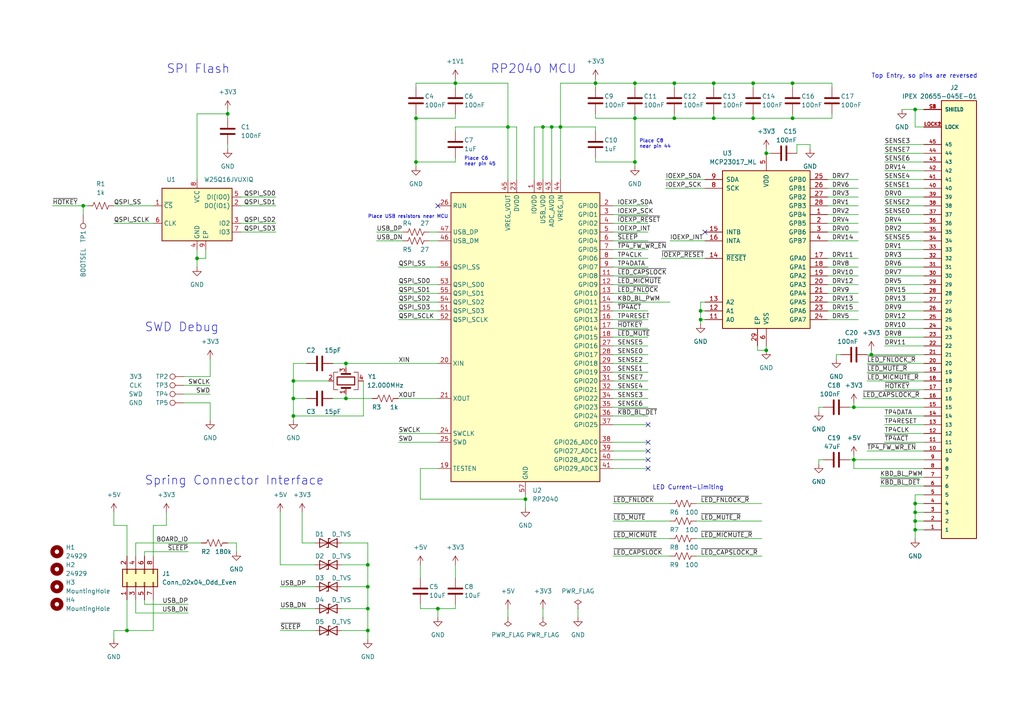
<source format=kicad_sch>
(kicad_sch (version 20230121) (generator eeschema)
  (paper "A4")
  (title_block (title "X1 Carbon Gen10 Keyboard Interface") (date "2024-01-25") (rev "X1") (company "C. Scott Ananian and Framework Computer Inc") (comment 1 "https://cscott.net https://frame.work") (comment 2 "https://github.com/cscott/X1CarbonGen10") (comment 3 "This work is licensed under a Creative Commons Attribution 4.0 International License"))
  (junction (at 132.08 24.13))
  (junction (at 184.15 34.29))
  (junction (at 207.01 24.13))
  (junction (at 218.44 24.13))
  (junction (at 85.09 120.65))
  (junction (at 152.4 144.78))
  (junction (at 120.65 46.99))
  (junction (at 229.87 24.13))
  (junction (at 247.65 133.35))
  (junction (at 127 176.53))
  (junction (at 100.33 105.41))
  (junction (at 229.87 34.29))
  (junction (at 172.72 24.13))
  (junction (at 106.68 170.18))
  (junction (at 222.25 101.6))
  (junction (at 85.09 110.49))
  (junction (at 218.44 34.29))
  (junction (at 195.58 34.29))
  (junction (at 100.33 115.57))
  (junction (at 106.68 176.53))
  (junction (at 252.73 102.87))
  (junction (at 222.25 44.45))
  (junction (at 106.68 182.88))
  (junction (at 265.43 31.75))
  (junction (at 24.13 59.69))
  (junction (at 265.43 148.59))
  (junction (at 207.01 34.29))
  (junction (at 147.32 36.83))
  (junction (at 265.43 146.05))
  (junction (at 157.48 36.83))
  (junction (at 120.65 34.29))
  (junction (at 195.58 24.13))
  (junction (at 184.15 24.13))
  (junction (at 66.04 33.02))
  (junction (at 265.43 151.13))
  (junction (at 184.15 46.99))
  (junction (at 85.09 115.57))
  (junction (at 160.02 36.83))
  (junction (at 36.83 182.88))
  (junction (at 162.56 36.83))
  (junction (at 203.2 90.17))
  (junction (at 57.15 74.93))
  (junction (at 265.43 153.67))
  (junction (at 203.2 92.71))
  (junction (at 106.68 163.83))
  (junction (at 247.65 118.11))
  (no_connect (at 187.96 135.89))
  (no_connect (at 187.96 133.35))
  (no_connect (at 187.96 123.19))
  (no_connect (at 187.96 130.81))
  (no_connect (at 187.96 128.27))
  (no_connect (at 127 59.69))
  (no_connect (at 204.47 67.31))
  (wire (pts (xy 177.8 69.85) (xy 187.96 69.85)))
  (wire (pts (xy 33.02 182.88) (xy 33.02 185.42)))
  (wire (pts (xy 256.54 97.79) (xy 267.97 97.79)))
  (wire (pts (xy 147.32 36.83) (xy 147.32 52.07)))
  (wire (pts (xy 121.92 144.78) (xy 152.4 144.78)))
  (wire (pts (xy 255.27 140.97) (xy 267.97 140.97)))
  (wire (pts (xy 59.69 72.39) (xy 59.69 74.93)))
  (wire (pts (xy 147.32 24.13) (xy 132.08 24.13)))
  (wire (pts (xy 256.54 69.85) (xy 267.97 69.85)))
  (wire (pts (xy 66.04 31.75) (xy 66.04 33.02)))
  (wire (pts (xy 184.15 46.99) (xy 184.15 48.26)))
  (wire (pts (xy 152.4 144.78) (xy 152.4 147.32)))
  (wire (pts (xy 177.8 110.49) (xy 187.96 110.49)))
  (wire (pts (xy 191.77 74.93) (xy 204.47 74.93)))
  (wire (pts (xy 33.02 59.69) (xy 44.45 59.69)))
  (wire (pts (xy 157.48 52.07) (xy 157.48 36.83)))
  (wire (pts (xy 237.49 133.35) (xy 238.76 133.35)))
  (wire (pts (xy 99.06 182.88) (xy 106.68 182.88)))
  (wire (pts (xy 100.33 115.57) (xy 107.95 115.57)))
  (wire (pts (xy 218.44 33.02) (xy 218.44 34.29)))
  (wire (pts (xy 207.01 24.13) (xy 207.01 25.4)))
  (wire (pts (xy 109.22 69.85) (xy 116.84 69.85)))
  (wire (pts (xy 246.38 133.35) (xy 247.65 133.35)))
  (wire (pts (xy 256.54 54.61) (xy 267.97 54.61)))
  (wire (pts (xy 201.93 146.05) (xy 220.98 146.05)))
  (wire (pts (xy 121.92 176.53) (xy 127 176.53)))
  (wire (pts (xy 172.72 24.13) (xy 162.56 24.13)))
  (wire (pts (xy 256.54 113.03) (xy 267.97 113.03)))
  (wire (pts (xy 149.86 36.83) (xy 149.86 52.07)))
  (wire (pts (xy 177.8 87.63) (xy 194.31 87.63)))
  (wire (pts (xy 44.45 152.4) (xy 48.26 152.4)))
  (wire (pts (xy 115.57 92.71) (xy 127 92.71)))
  (wire (pts (xy 177.8 95.25) (xy 187.96 95.25)))
  (wire (pts (xy 66.04 157.48) (xy 68.58 157.48)))
  (wire (pts (xy 33.02 64.77) (xy 44.45 64.77)))
  (wire (pts (xy 53.34 116.84) (xy 60.96 116.84)))
  (wire (pts (xy 154.94 36.83) (xy 154.94 52.07)))
  (wire (pts (xy 115.57 128.27) (xy 127 128.27)))
  (wire (pts (xy 69.85 67.31) (xy 80.01 67.31)))
  (wire (pts (xy 256.54 120.65) (xy 267.97 120.65)))
  (wire (pts (xy 120.65 24.13) (xy 132.08 24.13)))
  (wire (pts (xy 121.92 135.89) (xy 121.92 144.78)))
  (wire (pts (xy 172.72 38.1) (xy 172.72 36.83)))
  (wire (pts (xy 195.58 34.29) (xy 207.01 34.29)))
  (wire (pts (xy 240.03 85.09) (xy 248.92 85.09)))
  (wire (pts (xy 99.06 157.48) (xy 106.68 157.48)))
  (wire (pts (xy 184.15 34.29) (xy 184.15 33.02)))
  (wire (pts (xy 207.01 33.02) (xy 207.01 34.29)))
  (wire (pts (xy 85.09 105.41) (xy 85.09 110.49)))
  (wire (pts (xy 250.19 115.57) (xy 267.97 115.57)))
  (wire (pts (xy 85.09 110.49) (xy 95.25 110.49)))
  (wire (pts (xy 247.65 135.89) (xy 247.65 133.35)))
  (wire (pts (xy 256.54 52.07) (xy 267.97 52.07)))
  (wire (pts (xy 203.2 90.17) (xy 204.47 90.17)))
  (wire (pts (xy 177.8 59.69) (xy 187.96 59.69)))
  (wire (pts (xy 184.15 24.13) (xy 195.58 24.13)))
  (wire (pts (xy 247.65 135.89) (xy 267.97 135.89)))
  (wire (pts (xy 157.48 36.83) (xy 160.02 36.83)))
  (wire (pts (xy 240.03 69.85) (xy 248.92 69.85)))
  (wire (pts (xy 57.15 77.47) (xy 57.15 74.93)))
  (wire (pts (xy 57.15 74.93) (xy 57.15 72.39)))
  (wire (pts (xy 256.54 57.15) (xy 267.97 57.15)))
  (wire (pts (xy 120.65 34.29) (xy 132.08 34.29)))
  (wire (pts (xy 36.83 173.99) (xy 36.83 182.88)))
  (wire (pts (xy 115.57 115.57) (xy 127 115.57)))
  (wire (pts (xy 81.28 163.83) (xy 91.44 163.83)))
  (wire (pts (xy 132.08 33.02) (xy 132.08 34.29)))
  (wire (pts (xy 121.92 163.83) (xy 121.92 167.64)))
  (wire (pts (xy 177.8 156.21) (xy 194.31 156.21)))
  (wire (pts (xy 231.14 41.91) (xy 234.95 41.91)))
  (wire (pts (xy 177.8 115.57) (xy 187.96 115.57)))
  (wire (pts (xy 193.04 52.07) (xy 204.47 52.07)))
  (wire (pts (xy 177.8 123.19) (xy 187.96 123.19)))
  (wire (pts (xy 106.68 176.53) (xy 106.68 182.88)))
  (wire (pts (xy 177.8 62.23) (xy 187.96 62.23)))
  (wire (pts (xy 207.01 34.29) (xy 218.44 34.29)))
  (wire (pts (xy 44.45 182.88) (xy 36.83 182.88)))
  (wire (pts (xy 242.57 104.14) (xy 242.57 102.87)))
  (wire (pts (xy 106.68 170.18) (xy 106.68 176.53)))
  (wire (pts (xy 261.62 31.75) (xy 265.43 31.75)))
  (wire (pts (xy 240.03 59.69) (xy 248.92 59.69)))
  (wire (pts (xy 39.37 177.8) (xy 54.61 177.8)))
  (wire (pts (xy 167.64 176.53) (xy 167.64 179.07)))
  (wire (pts (xy 246.38 118.11) (xy 247.65 118.11)))
  (wire (pts (xy 251.46 107.95) (xy 267.97 107.95)))
  (wire (pts (xy 59.69 74.93) (xy 57.15 74.93)))
  (wire (pts (xy 240.03 62.23) (xy 248.92 62.23)))
  (wire (pts (xy 177.8 118.11) (xy 187.96 118.11)))
  (wire (pts (xy 177.8 92.71) (xy 187.96 92.71)))
  (wire (pts (xy 162.56 36.83) (xy 162.56 52.07)))
  (wire (pts (xy 265.43 143.51) (xy 265.43 146.05)))
  (wire (pts (xy 177.8 67.31) (xy 187.96 67.31)))
  (wire (pts (xy 256.54 67.31) (xy 267.97 67.31)))
  (wire (pts (xy 87.63 148.59) (xy 87.63 157.48)))
  (wire (pts (xy 265.43 148.59) (xy 265.43 151.13)))
  (wire (pts (xy 120.65 46.99) (xy 132.08 46.99)))
  (wire (pts (xy 177.8 102.87) (xy 187.96 102.87)))
  (wire (pts (xy 41.91 173.99) (xy 41.91 175.26)))
  (wire (pts (xy 255.27 138.43) (xy 267.97 138.43)))
  (wire (pts (xy 88.9 105.41) (xy 85.09 105.41)))
  (wire (pts (xy 109.22 67.31) (xy 116.84 67.31)))
  (wire (pts (xy 237.49 134.62) (xy 237.49 133.35)))
  (wire (pts (xy 256.54 41.91) (xy 267.97 41.91)))
  (wire (pts (xy 251.46 105.41) (xy 267.97 105.41)))
  (wire (pts (xy 121.92 175.26) (xy 121.92 176.53)))
  (wire (pts (xy 24.13 59.69) (xy 24.13 62.23)))
  (wire (pts (xy 69.85 59.69) (xy 80.01 59.69)))
  (wire (pts (xy 115.57 82.55) (xy 127 82.55)))
  (wire (pts (xy 177.8 135.89) (xy 187.96 135.89)))
  (wire (pts (xy 81.28 176.53) (xy 91.44 176.53)))
  (wire (pts (xy 115.57 87.63) (xy 127 87.63)))
  (wire (pts (xy 256.54 80.01) (xy 267.97 80.01)))
  (wire (pts (xy 201.93 151.13) (xy 220.98 151.13)))
  (wire (pts (xy 237.49 119.38) (xy 237.49 118.11)))
  (wire (pts (xy 265.43 143.51) (xy 267.97 143.51)))
  (wire (pts (xy 265.43 153.67) (xy 267.97 153.67)))
  (wire (pts (xy 184.15 34.29) (xy 184.15 46.99)))
  (wire (pts (xy 237.49 118.11) (xy 238.76 118.11)))
  (wire (pts (xy 201.93 156.21) (xy 220.98 156.21)))
  (wire (pts (xy 177.8 130.81) (xy 187.96 130.81)))
  (wire (pts (xy 252.73 102.87) (xy 267.97 102.87)))
  (wire (pts (xy 66.04 33.02) (xy 66.04 34.29)))
  (wire (pts (xy 241.3 33.02) (xy 241.3 34.29)))
  (wire (pts (xy 265.43 151.13) (xy 265.43 153.67)))
  (wire (pts (xy 177.8 151.13) (xy 194.31 151.13)))
  (wire (pts (xy 177.8 105.41) (xy 187.96 105.41)))
  (wire (pts (xy 207.01 24.13) (xy 218.44 24.13)))
  (wire (pts (xy 242.57 102.87) (xy 243.84 102.87)))
  (wire (pts (xy 240.03 82.55) (xy 248.92 82.55)))
  (wire (pts (xy 231.14 44.45) (xy 231.14 41.91)))
  (wire (pts (xy 265.43 148.59) (xy 267.97 148.59)))
  (wire (pts (xy 41.91 161.29) (xy 41.91 160.02)))
  (wire (pts (xy 57.15 33.02) (xy 57.15 52.07)))
  (wire (pts (xy 66.04 41.91) (xy 66.04 43.18)))
  (wire (pts (xy 127 135.89) (xy 121.92 135.89)))
  (wire (pts (xy 177.8 100.33) (xy 187.96 100.33)))
  (wire (pts (xy 172.72 33.02) (xy 172.72 34.29)))
  (wire (pts (xy 132.08 163.83) (xy 132.08 167.64)))
  (wire (pts (xy 247.65 118.11) (xy 267.97 118.11)))
  (wire (pts (xy 85.09 120.65) (xy 85.09 121.92)))
  (wire (pts (xy 219.71 100.33) (xy 219.71 101.6)))
  (wire (pts (xy 106.68 163.83) (xy 106.68 170.18)))
  (wire (pts (xy 201.93 161.29) (xy 220.98 161.29)))
  (wire (pts (xy 53.34 111.76) (xy 60.96 111.76)))
  (wire (pts (xy 256.54 128.27) (xy 267.97 128.27)))
  (wire (pts (xy 124.46 67.31) (xy 127 67.31)))
  (wire (pts (xy 256.54 90.17) (xy 267.97 90.17)))
  (wire (pts (xy 184.15 25.4) (xy 184.15 24.13)))
  (wire (pts (xy 218.44 24.13) (xy 218.44 25.4)))
  (wire (pts (xy 229.87 33.02) (xy 229.87 34.29)))
  (wire (pts (xy 100.33 115.57) (xy 100.33 114.3)))
  (wire (pts (xy 24.13 59.69) (xy 25.4 59.69)))
  (wire (pts (xy 256.54 87.63) (xy 267.97 87.63)))
  (wire (pts (xy 85.09 115.57) (xy 85.09 120.65)))
  (wire (pts (xy 265.43 153.67) (xy 265.43 156.21)))
  (wire (pts (xy 39.37 173.99) (xy 39.37 177.8)))
  (wire (pts (xy 160.02 52.07) (xy 160.02 36.83)))
  (wire (pts (xy 184.15 34.29) (xy 195.58 34.29)))
  (wire (pts (xy 99.06 176.53) (xy 106.68 176.53)))
  (wire (pts (xy 251.46 102.87) (xy 252.73 102.87)))
  (wire (pts (xy 99.06 170.18) (xy 106.68 170.18)))
  (wire (pts (xy 177.8 133.35) (xy 187.96 133.35)))
  (wire (pts (xy 33.02 148.59) (xy 33.02 152.4)))
  (wire (pts (xy 41.91 160.02) (xy 54.61 160.02)))
  (wire (pts (xy 66.04 33.02) (xy 57.15 33.02)))
  (wire (pts (xy 265.43 31.75) (xy 265.43 36.83)))
  (wire (pts (xy 120.65 46.99) (xy 120.65 48.26)))
  (wire (pts (xy 240.03 77.47) (xy 248.92 77.47)))
  (wire (pts (xy 240.03 87.63) (xy 248.92 87.63)))
  (wire (pts (xy 241.3 25.4) (xy 241.3 24.13)))
  (wire (pts (xy 157.48 176.53) (xy 157.48 179.07)))
  (wire (pts (xy 69.85 64.77) (xy 80.01 64.77)))
  (wire (pts (xy 60.96 116.84) (xy 60.96 121.92)))
  (wire (pts (xy 251.46 130.81) (xy 267.97 130.81)))
  (wire (pts (xy 172.72 24.13) (xy 172.72 25.4)))
  (wire (pts (xy 69.85 57.15) (xy 80.01 57.15)))
  (wire (pts (xy 53.34 109.22) (xy 60.96 109.22)))
  (wire (pts (xy 247.65 133.35) (xy 247.65 132.08)))
  (wire (pts (xy 195.58 24.13) (xy 207.01 24.13)))
  (wire (pts (xy 162.56 24.13) (xy 162.56 36.83)))
  (wire (pts (xy 234.95 41.91) (xy 234.95 43.18)))
  (wire (pts (xy 115.57 77.47) (xy 127 77.47)))
  (wire (pts (xy 177.8 77.47) (xy 187.96 77.47)))
  (wire (pts (xy 256.54 72.39) (xy 267.97 72.39)))
  (wire (pts (xy 41.91 175.26) (xy 54.61 175.26)))
  (wire (pts (xy 240.03 92.71) (xy 248.92 92.71)))
  (wire (pts (xy 177.8 85.09) (xy 187.96 85.09)))
  (wire (pts (xy 256.54 62.23) (xy 267.97 62.23)))
  (wire (pts (xy 100.33 105.41) (xy 127 105.41)))
  (wire (pts (xy 177.8 97.79) (xy 187.96 97.79)))
  (wire (pts (xy 152.4 143.51) (xy 152.4 144.78)))
  (wire (pts (xy 105.41 110.49) (xy 105.41 120.65)))
  (wire (pts (xy 147.32 24.13) (xy 147.32 36.83)))
  (wire (pts (xy 99.06 163.83) (xy 106.68 163.83)))
  (wire (pts (xy 240.03 90.17) (xy 248.92 90.17)))
  (wire (pts (xy 115.57 90.17) (xy 127 90.17)))
  (wire (pts (xy 127 176.53) (xy 127 179.07)))
  (wire (pts (xy 36.83 161.29) (xy 36.83 152.4)))
  (wire (pts (xy 177.8 72.39) (xy 187.96 72.39)))
  (wire (pts (xy 81.28 182.88) (xy 91.44 182.88)))
  (wire (pts (xy 222.25 100.33) (xy 222.25 101.6)))
  (wire (pts (xy 96.52 115.57) (xy 100.33 115.57)))
  (wire (pts (xy 218.44 34.29) (xy 229.87 34.29)))
  (wire (pts (xy 177.8 128.27) (xy 187.96 128.27)))
  (wire (pts (xy 177.8 64.77) (xy 187.96 64.77)))
  (wire (pts (xy 177.8 80.01) (xy 187.96 80.01)))
  (wire (pts (xy 240.03 80.01) (xy 248.92 80.01)))
  (wire (pts (xy 240.03 74.93) (xy 248.92 74.93)))
  (wire (pts (xy 195.58 33.02) (xy 195.58 34.29)))
  (wire (pts (xy 106.68 182.88) (xy 106.68 185.42)))
  (wire (pts (xy 256.54 123.19) (xy 267.97 123.19)))
  (wire (pts (xy 85.09 110.49) (xy 85.09 115.57)))
  (wire (pts (xy 229.87 24.13) (xy 229.87 25.4)))
  (wire (pts (xy 44.45 152.4) (xy 44.45 161.29)))
  (wire (pts (xy 132.08 175.26) (xy 132.08 176.53)))
  (wire (pts (xy 132.08 45.72) (xy 132.08 46.99)))
  (wire (pts (xy 177.8 90.17) (xy 187.96 90.17)))
  (wire (pts (xy 265.43 146.05) (xy 267.97 146.05)))
  (wire (pts (xy 172.72 22.86) (xy 172.72 24.13)))
  (wire (pts (xy 203.2 92.71) (xy 203.2 93.98)))
  (wire (pts (xy 15.24 59.69) (xy 24.13 59.69)))
  (wire (pts (xy 120.65 33.02) (xy 120.65 34.29)))
  (wire (pts (xy 172.72 45.72) (xy 172.72 46.99)))
  (wire (pts (xy 222.25 44.45) (xy 223.52 44.45)))
  (wire (pts (xy 44.45 173.99) (xy 44.45 182.88)))
  (wire (pts (xy 105.41 120.65) (xy 85.09 120.65)))
  (wire (pts (xy 256.54 125.73) (xy 267.97 125.73)))
  (wire (pts (xy 203.2 90.17) (xy 203.2 92.71)))
  (wire (pts (xy 256.54 49.53) (xy 267.97 49.53)))
  (wire (pts (xy 240.03 64.77) (xy 248.92 64.77)))
  (wire (pts (xy 247.65 116.84) (xy 247.65 118.11)))
  (wire (pts (xy 218.44 24.13) (xy 229.87 24.13)))
  (wire (pts (xy 240.03 57.15) (xy 248.92 57.15)))
  (wire (pts (xy 204.47 87.63) (xy 203.2 87.63)))
  (wire (pts (xy 256.54 44.45) (xy 267.97 44.45)))
  (wire (pts (xy 256.54 85.09) (xy 267.97 85.09)))
  (wire (pts (xy 39.37 161.29) (xy 39.37 157.48)))
  (wire (pts (xy 132.08 22.86) (xy 132.08 24.13)))
  (wire (pts (xy 96.52 105.41) (xy 100.33 105.41)))
  (wire (pts (xy 203.2 87.63) (xy 203.2 90.17)))
  (wire (pts (xy 172.72 46.99) (xy 184.15 46.99)))
  (wire (pts (xy 48.26 148.59) (xy 48.26 152.4)))
  (wire (pts (xy 252.73 101.6) (xy 252.73 102.87)))
  (wire (pts (xy 240.03 54.61) (xy 248.92 54.61)))
  (wire (pts (xy 81.28 170.18) (xy 91.44 170.18)))
  (wire (pts (xy 132.08 24.13) (xy 132.08 25.4)))
  (wire (pts (xy 39.37 157.48) (xy 58.42 157.48)))
  (wire (pts (xy 177.8 107.95) (xy 187.96 107.95)))
  (wire (pts (xy 177.8 161.29) (xy 194.31 161.29)))
  (wire (pts (xy 36.83 152.4) (xy 33.02 152.4)))
  (wire (pts (xy 177.8 146.05) (xy 194.31 146.05)))
  (wire (pts (xy 36.83 182.88) (xy 33.02 182.88)))
  (wire (pts (xy 256.54 100.33) (xy 267.97 100.33)))
  (wire (pts (xy 265.43 146.05) (xy 265.43 148.59)))
  (wire (pts (xy 177.8 120.65) (xy 187.96 120.65)))
  (wire (pts (xy 132.08 36.83) (xy 132.08 38.1)))
  (wire (pts (xy 120.65 24.13) (xy 120.65 25.4)))
  (wire (pts (xy 172.72 34.29) (xy 184.15 34.29)))
  (wire (pts (xy 256.54 46.99) (xy 267.97 46.99)))
  (wire (pts (xy 194.31 69.85) (xy 204.47 69.85)))
  (wire (pts (xy 219.71 101.6) (xy 222.25 101.6)))
  (wire (pts (xy 256.54 82.55) (xy 267.97 82.55)))
  (wire (pts (xy 149.86 36.83) (xy 147.32 36.83)))
  (wire (pts (xy 177.8 82.55) (xy 187.96 82.55)))
  (wire (pts (xy 267.97 36.83) (xy 265.43 36.83)))
  (wire (pts (xy 162.56 36.83) (xy 172.72 36.83)))
  (wire (pts (xy 106.68 157.48) (xy 106.68 163.83)))
  (wire (pts (xy 256.54 74.93) (xy 267.97 74.93)))
  (wire (pts (xy 222.25 43.18) (xy 222.25 44.45)))
  (wire (pts (xy 240.03 67.31) (xy 248.92 67.31)))
  (wire (pts (xy 251.46 110.49) (xy 267.97 110.49)))
  (wire (pts (xy 229.87 24.13) (xy 241.3 24.13)))
  (wire (pts (xy 256.54 95.25) (xy 267.97 95.25)))
  (wire (pts (xy 115.57 85.09) (xy 127 85.09)))
  (wire (pts (xy 256.54 59.69) (xy 267.97 59.69)))
  (wire (pts (xy 256.54 77.47) (xy 267.97 77.47)))
  (wire (pts (xy 240.03 52.07) (xy 248.92 52.07)))
  (wire (pts (xy 81.28 148.59) (xy 81.28 163.83)))
  (wire (pts (xy 256.54 64.77) (xy 267.97 64.77)))
  (wire (pts (xy 177.8 74.93) (xy 187.96 74.93)))
  (wire (pts (xy 247.65 133.35) (xy 267.97 133.35)))
  (wire (pts (xy 195.58 24.13) (xy 195.58 25.4)))
  (wire (pts (xy 154.94 36.83) (xy 157.48 36.83)))
  (wire (pts (xy 53.34 114.3) (xy 60.96 114.3)))
  (wire (pts (xy 85.09 115.57) (xy 88.9 115.57)))
  (wire (pts (xy 229.87 34.29) (xy 241.3 34.29)))
  (wire (pts (xy 60.96 109.22) (xy 60.96 104.14)))
  (wire (pts (xy 265.43 151.13) (xy 267.97 151.13)))
  (wire (pts (xy 115.57 125.73) (xy 127 125.73)))
  (wire (pts (xy 132.08 36.83) (xy 147.32 36.83)))
  (wire (pts (xy 265.43 31.75) (xy 267.97 31.75)))
  (wire (pts (xy 68.58 157.48) (xy 68.58 160.02)))
  (wire (pts (xy 132.08 176.53) (xy 127 176.53)))
  (wire (pts (xy 172.72 24.13) (xy 184.15 24.13)))
  (wire (pts (xy 100.33 105.41) (xy 100.33 106.68)))
  (wire (pts (xy 120.65 34.29) (xy 120.65 46.99)))
  (wire (pts (xy 160.02 36.83) (xy 162.56 36.83)))
  (wire (pts (xy 124.46 69.85) (xy 127 69.85)))
  (wire (pts (xy 177.8 113.03) (xy 187.96 113.03)))
  (wire (pts (xy 193.04 54.61) (xy 204.47 54.61)))
  (wire (pts (xy 256.54 92.71) (xy 267.97 92.71)))
  (wire (pts (xy 87.63 157.48) (xy 91.44 157.48)))
  (wire (pts (xy 203.2 92.71) (xy 204.47 92.71)))
  (wire (pts (xy 147.32 176.53) (xy 147.32 179.07)))
  (text "SPI Flash" (at 48.26 21.59 0) (effects (font (size 2.54 2.54)) (justify left bottom)))
  (text "Top Entry, so pins are reversed" (at 252.73 22.86 0) (effects (font (size 1.27 1.27)) (justify left bottom)))
  (text "LED Current-Limiting" (at 189.23 142.24 0) (effects (font (size 1.27 1.27)) (justify left bottom)))
  (text "Place C8\nnear pin 44" (at 185.42 43.18 0) (effects (font (size 1 1)) (justify left bottom)))
  (text "Place USB resistors near MCU" (at 106.68 63.5 0) (effects (font (size 1 1)) (justify left bottom)))
  (text "Spring Connector Interface" (at 41.91 140.97 0) (effects (font (size 2.54 2.54)) (justify left bottom)))
  (text "Place C6\nnear pin 45" (at 134.62 48.26 0) (effects (font (size 1 1)) (justify left bottom)))
  (text "RP2040 MCU" (at 142.24 21.59 0) (effects (font (size 2.54 2.54)) (justify left bottom)))
  (text "SWD Debug" (at 41.91 96.52 0) (effects (font (size 2.54 2.54)) (justify left bottom)))
  (label "QSPI_SD1" (at 115.57 85.09 0))
  (label "DRV12" (at 256.54 92.71 0))
  (label "~{HOTKEY}" (at 15.24 59.69 0))
  (label "QSPI_SD1" (at 80.01 59.69 180))
  (label "DRV3" (at 256.54 74.93 0))
  (label "TP4CLK" (at 179.07 74.93 0))
  (label "DRV10" (at 241.3 80.01 0))
  (label "~{LED_FNLOCK_R}" (at 251.46 105.41 0))
  (label "IOEXP_SDA" (at 179.07 59.69 0))
  (label "IOEXP_INT" (at 179.07 67.31 0))
  (label "DRV0" (at 241.3 67.31 0))
  (label "IOEXP_INT" (at 194.31 69.85 0))
  (label "QSPI_SD2" (at 115.57 87.63 0))
  (label "QSPI_SD0" (at 80.01 57.15 180))
  (label "~{LED_CAPSLOCK}" (at 177.8 161.29 0))
  (label "~{HOTKEY}" (at 179.07 95.25 0))
  (label "XIN" (at 115.57 105.41 0))
  (label "~{KBD_BL_DET}" (at 255.27 140.97 0))
  (label "~{KBD_BL_DET}" (at 179.07 120.65 0))
  (label "DRV15" (at 256.54 85.09 0))
  (label "DRV1" (at 241.3 59.69 0))
  (label "BOARD_ID" (at 54.61 157.48 180))
  (label "~{SLEEP}" (at 54.61 160.02 180))
  (label "IOEXP_SCK" (at 179.07 62.23 0))
  (label "IOEXP_SDA" (at 193.04 52.07 0))
  (label "DRV14" (at 241.3 69.85 0))
  (label "~{HOTKEY}" (at 256.54 113.03 0))
  (label "DRV0" (at 256.54 57.15 0))
  (label "DRV11" (at 256.54 100.33 0))
  (label "SENSE6" (at 179.07 118.11 0))
  (label "QSPI_SS" (at 115.57 77.47 0))
  (label "~{LED_CAPSLOCK_R}" (at 203.2 161.29 0))
  (label "KBD_BL_PWM" (at 255.27 138.43 0))
  (label "USB_DP" (at 81.28 170.18 0))
  (label "USB_DN" (at 81.28 176.53 0))
  (label "DRV13" (at 256.54 87.63 0))
  (label "SENSE3" (at 256.54 41.91 0))
  (label "DRV3" (at 241.3 57.15 0))
  (label "DRV2" (at 241.3 62.23 0))
  (label "DRV6" (at 241.3 54.61 0))
  (label "~{LED_MICMUTE}" (at 179.07 82.55 0))
  (label "QSPI_SCLK" (at 115.57 92.71 0))
  (label "DRV15" (at 241.3 90.17 0))
  (label "~{LED_FNLOCK_R}" (at 203.2 146.05 0))
  (label "DRV9" (at 256.54 90.17 0))
  (label "SENSE7" (at 256.54 44.45 0))
  (label "SENSE5" (at 179.07 100.33 0))
  (label "DRV12" (at 241.3 82.55 0))
  (label "QSPI_SS" (at 33.02 59.69 0))
  (label "USB_DP" (at 54.61 175.26 180))
  (label "SENSE7" (at 179.07 110.49 0))
  (label "QSPI_SD0" (at 115.57 82.55 0))
  (label "USB_DP" (at 109.22 67.31 0))
  (label "SENSE3" (at 179.07 115.57 0))
  (label "SENSE6" (at 256.54 46.99 0))
  (label "~{LED_MICMUTE_R}" (at 203.2 156.21 0))
  (label "~{IOEXP_RESET}" (at 179.07 64.77 0))
  (label "DRV1" (at 256.54 72.39 0))
  (label "~{LED_MICMUTE_R}" (at 251.46 110.49 0))
  (label "~{LED_FNLOCK}" (at 179.07 85.09 0))
  (label "QSPI_SCLK" (at 33.02 64.77 0))
  (label "DRV4" (at 241.3 64.77 0))
  (label "~{SLEEP}" (at 179.07 69.85 0))
  (label "DRV5" (at 241.3 92.71 0))
  (label "SWD" (at 60.96 114.3 180))
  (label "USB_DN" (at 54.61 177.8 180))
  (label "DRV4" (at 256.54 64.77 0))
  (label "TP4RESET" (at 179.07 92.71 0))
  (label "IOEXP_SCK" (at 193.04 54.61 0))
  (label "~{LED_MUTE_R}" (at 251.46 107.95 0))
  (label "~{LED_CAPSLOCK_R}" (at 250.19 115.57 0))
  (label "~{LED_MUTE_R}" (at 203.2 151.13 0))
  (label "~{LED_MUTE}" (at 177.8 151.13 0))
  (label "QSPI_SD2" (at 80.01 64.77 180))
  (label "~{TP4_FW_WR_EN}" (at 179.07 72.39 0))
  (label "~{TP4ACT}" (at 256.54 128.27 0))
  (label "SENSE4" (at 179.07 113.03 0))
  (label "SENSE1" (at 179.07 107.95 0))
  (label "~{LED_MICMUTE}" (at 177.8 156.21 0))
  (label "DRV8" (at 241.3 77.47 0))
  (label "~{LED_CAPSLOCK}" (at 179.07 80.01 0))
  (label "DRV14" (at 256.54 49.53 0))
  (label "SENSE2" (at 179.07 105.41 0))
  (label "SENSE4" (at 256.54 52.07 0))
  (label "DRV5" (at 256.54 82.55 0))
  (label "SWD" (at 115.57 128.27 0))
  (label "~{LED_FNLOCK}" (at 177.8 146.05 0))
  (label "SWCLK" (at 60.96 111.76 180))
  (label "DRV2" (at 256.54 67.31 0))
  (label "DRV7" (at 241.3 52.07 0))
  (label "SENSE1" (at 256.54 54.61 0))
  (label "DRV13" (at 241.3 87.63 0))
  (label "DRV9" (at 241.3 85.09 0))
  (label "~{TP4_FW_WR_EN}" (at 251.46 130.81 0))
  (label "USB_DN" (at 109.22 69.85 0))
  (label "~{SLEEP}" (at 81.28 182.88 0))
  (label "DRV7" (at 256.54 80.01 0))
  (label "DRV8" (at 256.54 97.79 0))
  (label "SENSE2" (at 256.54 59.69 0))
  (label "XOUT" (at 115.57 115.57 0))
  (label "DRV6" (at 256.54 77.47 0))
  (label "SENSE5" (at 256.54 69.85 0))
  (label "~{LED_MUTE}" (at 179.07 97.79 0))
  (label "KBD_BL_PWM" (at 179.07 87.63 0))
  (label "QSPI_SD3" (at 80.01 67.31 180))
  (label "TP4DATA" (at 256.54 120.65 0))
  (label "TP4CLK" (at 256.54 125.73 0))
  (label "TP4DATA" (at 179.07 77.47 0))
  (label "DRV11" (at 241.3 74.93 0))
  (label "SENSE0" (at 179.07 102.87 0))
  (label "~{TP4ACT}" (at 179.07 90.17 0))
  (label "TP4RESET" (at 256.54 123.19 0))
  (label "~{IOEXP_RESET}" (at 191.77 74.93 0))
  (label "SENSE0" (at 256.54 62.23 0))
  (label "QSPI_SD3" (at 115.57 90.17 0))
  (label "DRV10" (at 256.54 95.25 0))
  (label "SWCLK" (at 115.57 125.73 0))
  (symbol (lib_id "Device:R_US") (at 120.65 69.85 90) (unit 1)
    (property "Reference" "R5" (at 118.11 72.39 90))
    (property "Value" "27" (at 123.19 72.39 90))
    (property "Footprint" "Resistor_SMD:R_0402_1005Metric" (effects hide))
  )
  (symbol (lib_id "Connector:TestPoint") (at 53.34 109.22 90) (unit 1)
    (property "Reference" "TP2" (at 46.99 109.22 90))
    (property "Value" "3V3" (at 39.37 109.22 90))
    (property "Footprint" "TestPoint:TestPoint_Pad_D1.0mm" (effects hide))
  )
  (symbol (lib_id "Device:C") (at 92.71 105.41 90) (unit 1)
    (property "Reference" "C2" (at 90.17 101.6 90))
    (property "Value" "15pF" (at 96.52 101.6 90))
    (property "Footprint" "Capacitor_SMD:C_0402_1005Metric" (effects hide))
  )
  (symbol (lib_id "Connector_Generic:Conn_02x04_Odd_Even") (at 39.37 168.91 90) (unit 1)
    (property "Reference" "J1" (at 46.99 166.3699 90) (effects (justify right)))
    (property "Value" "Conn_02x04_Odd_Even" (at 46.99 168.9099 90) (effects (justify right)))
    (property "Footprint" "InputModule:PogoPads_2x4_P2.0mm" (effects hide))
  )
  (symbol (lib_id "power:+3V3") (at 132.08 163.83 0) (unit 1)
    (property "Reference" "#PWR018" (effects hide))
    (property "Value" "+3V3" (at 132.08 158.75 0))
  )
  (symbol (lib_id "power:+5V") (at 121.92 163.83 0) (unit 1)
    (property "Reference" "#PWR015" (effects hide))
    (property "Value" "+5V" (at 121.92 158.75 0))
  )
  (symbol (lib_id "Device:C") (at 227.33 44.45 90) (unit 1)
    (property "Reference" "C15" (at 231.14 38.1 90) (effects (justify left)))
    (property "Value" "100nF" (at 231.14 40.64 90) (effects (justify left)))
    (property "Footprint" "Capacitor_SMD:C_0402_1005Metric" (effects hide))
  )
  (symbol (lib_id "power:GND") (at 60.96 121.92 0) (unit 1)
    (property "Reference" "#PWR06" (effects hide))
    (property "Value" "GND" (at 60.96 127 0))
  )
  (symbol (lib_id "power:GND") (at 106.68 185.42 0) (unit 1)
    (property "Reference" "#PWR013" (effects hide))
    (property "Value" "GND" (at 106.68 190.5 0))
  )
  (symbol (lib_id "power:GND") (at 222.25 101.6 0) (unit 1)
    (property "Reference" "#PWR027" (effects hide))
    (property "Value" "GND" (at 222.25 106.68 0))
  )
  (symbol (lib_id "power:+3V3") (at 66.04 31.75 0) (unit 1)
    (property "Reference" "#PWR07" (effects hide))
    (property "Value" "+3V3" (at 66.04 26.67 0))
  )
  (symbol (lib_id "power:GND") (at 234.95 43.18 0) (unit 1)
    (property "Reference" "#PWR028" (effects hide))
    (property "Value" "GND" (at 234.95 48.26 0))
  )
  (symbol (lib_id "Device:D_TVS") (at 95.25 170.18 180) (unit 1)
    (property "Reference" "D3" (at 92.71 167.64 0))
    (property "Value" "D_TVS" (at 99.06 167.64 0))
    (property "Footprint" "Diode_SMD:D_0402_1005Metric" (effects hide))
  )
  (symbol (lib_id "power:GND") (at 120.65 48.26 0) (unit 1)
    (property "Reference" "#PWR014" (effects hide))
    (property "Value" "GND" (at 120.65 53.34 0))
  )
  (symbol (lib_id "Connector:TestPoint") (at 53.34 114.3 90) (unit 1)
    (property "Reference" "TP4" (at 46.99 114.3 90))
    (property "Value" "SWD" (at 39.37 114.3 90))
    (property "Footprint" "TestPoint:TestPoint_Pad_D1.0mm" (effects hide))
  )
  (symbol (lib_id "power:GND") (at 57.15 77.47 0) (unit 1)
    (property "Reference" "#PWR04" (effects hide))
    (property "Value" "GND" (at 57.15 82.55 0))
  )
  (symbol (lib_id "power:+3V3") (at 48.26 148.59 0) (unit 1)
    (property "Reference" "#PWR03" (effects hide))
    (property "Value" "+3V3" (at 48.26 143.51 0))
  )
  (symbol (lib_id "Mechanical:MountingHole") (at 16.51 170.18 0) (unit 1)
    (property "Reference" "H3" (at 19.05 168.91 0) (effects (justify left)))
    (property "Value" "MountingHole" (at 19.05 171.45 0) (effects (justify left)))
    (property "Footprint" "MountingHole:MountingHole_2.1mm" (effects hide))
  )
  (symbol (lib_id "power:+3V3") (at 60.96 104.14 0) (unit 1)
    (property "Reference" "#PWR05" (effects hide))
    (property "Value" "+3V3" (at 60.96 99.06 0))
  )
  (symbol (lib_id "power:+3V3") (at 157.48 176.53 0) (unit 1)
    (property "Reference" "#PWR021" (effects hide))
    (property "Value" "+3V3" (at 157.48 171.45 0))
  )
  (symbol (lib_id "MCU_RaspberryPi:RP2040") (at 152.4 97.79 0) (unit 1)
    (property "Reference" "U2" (at 154.4194 142.24 0) (effects (justify left)))
    (property "Value" "RP2040" (at 154.4194 144.78 0) (effects (justify left)))
    (property "Footprint" "Package_DFN_QFN:QFN-56-1EP_7x7mm_P0.4mm_EP3.2x3.2mm" (effects hide))
    (property "Datasheet" "https://datasheets.raspberrypi.com/rp2040/rp2040-datasheet.pdf" (effects hide))
  )
  (symbol (lib_id "power:PWR_FLAG") (at 147.32 179.07 180) (unit 1)
    (property "Reference" "#FLG01" (effects hide))
    (property "Value" "PWR_FLAG" (at 147.32 184.15 0))
  )
  (symbol (lib_id "power:GND") (at 167.64 179.07 0) (unit 1)
    (property "Reference" "#PWR022" (effects hide))
    (property "Value" "GND" (at 167.64 184.15 0))
  )
  (symbol (lib_id "power:GND") (at 237.49 119.38 0) (unit 1)
    (property "Reference" "#PWR029" (effects hide))
    (property "Value" "GND" (at 237.49 124.46 0))
  )
  (symbol (lib_id "power:+3V3") (at 252.73 101.6 0) (unit 1)
    (property "Reference" "#PWR034" (effects hide))
    (property "Value" "+3V3" (at 252.73 96.52 0))
  )
  (symbol (lib_id "power:+5V") (at 247.65 132.08 0) (unit 1)
    (property "Reference" "#PWR033" (effects hide))
    (property "Value" "+5V" (at 247.65 127 0))
  )
  (symbol (lib_id "power:PWR_FLAG") (at 157.48 179.07 180) (unit 1)
    (property "Reference" "#FLG02" (effects hide))
    (property "Value" "PWR_FLAG" (at 157.48 184.15 0))
  )
  (symbol (lib_id "Device:R_US") (at 120.65 67.31 90) (unit 1)
    (property "Reference" "R4" (at 118.11 64.77 90))
    (property "Value" "27" (at 123.19 64.77 90))
    (property "Footprint" "Resistor_SMD:R_0402_1005Metric" (effects hide))
  )
  (symbol (lib_id "power:+3V3") (at 172.72 22.86 0) (unit 1)
    (property "Reference" "#PWR023" (effects hide))
    (property "Value" "+3V3" (at 172.72 17.78 0))
  )
  (symbol (lib_id "power:+5V") (at 81.28 148.59 0) (unit 1)
    (property "Reference" "#PWR010" (effects hide))
    (property "Value" "+5V" (at 81.28 143.51 0))
  )
  (symbol (lib_id "Connector:TestPoint") (at 24.13 62.23 180) (unit 1)
    (property "Reference" "TP1" (at 24.13 68.58 90))
    (property "Value" "BOOTSEL" (at 24.13 76.2 90))
    (property "Footprint" "TestPoint:TestPoint_Pad_D1.0mm" (effects hide))
  )
  (symbol (lib_id "Device:C") (at 121.92 171.45 0) (unit 1)
    (property "Reference" "C5" (at 124.46 170.18 0) (effects (justify left)))
    (property "Value" "10uF" (at 124.46 172.72 0) (effects (justify left)))
    (property "Footprint" "Capacitor_SMD:C_0603_1608Metric" (effects hide))
  )
  (symbol (lib_id "Device:C") (at 207.01 29.21 0) (unit 1)
    (property "Reference" "C13" (at 209.55 27.94 0) (effects (justify left)))
    (property "Value" "100nF" (at 209.55 30.48 0) (effects (justify left)))
    (property "Footprint" "Capacitor_SMD:C_0402_1005Metric" (effects hide))
  )
  (symbol (lib_id "Connector:TestPoint") (at 53.34 116.84 90) (unit 1)
    (property "Reference" "TP5" (at 46.99 116.84 90))
    (property "Value" "GND" (at 39.37 116.84 90))
    (property "Footprint" "TestPoint:TestPoint_Pad_D1.0mm" (effects hide))
  )
  (symbol (lib_id "Device:C") (at 184.15 29.21 0) (unit 1)
    (property "Reference" "C11" (at 186.69 27.94 0) (effects (justify left)))
    (property "Value" "100nF" (at 186.69 30.48 0) (effects (justify left)))
    (property "Footprint" "Capacitor_SMD:C_0402_1005Metric" (effects hide))
  )
  (symbol (lib_id "power:GND") (at 203.2 93.98 0) (unit 1)
    (property "Reference" "#PWR025" (effects hide))
    (property "Value" "GND" (at 203.2 99.06 0))
  )
  (symbol (lib_id "power:GND") (at 66.04 43.18 0) (unit 1)
    (property "Reference" "#PWR08" (effects hide))
    (property "Value" "GND" (at 66.04 48.26 0))
  )
  (symbol (lib_id "Device:C") (at 242.57 133.35 90) (unit 1)
    (property "Reference" "C19" (at 243.84 127 90) (effects (justify left)))
    (property "Value" "47uF" (at 243.84 129.54 90) (effects (justify left)))
    (property "Footprint" "Capacitor_SMD:C_0603_1608Metric" (effects hide))
  )
  (symbol (lib_id "power:GND") (at 33.02 185.42 0) (unit 1)
    (property "Reference" "#PWR02" (effects hide))
    (property "Value" "GND" (at 33.02 190.5 0))
  )
  (symbol (lib_id "power:+5V") (at 33.02 148.59 0) (unit 1)
    (property "Reference" "#PWR01" (effects hide))
    (property "Value" "+5V" (at 33.02 143.51 0))
  )
  (symbol (lib_id "Device:R_US") (at 62.23 157.48 90) (unit 1)
    (property "Reference" "R2" (at 59.69 160.02 90))
    (property "Value" "180k" (at 64.77 160.02 90))
    (property "Footprint" "Resistor_SMD:R_0402_1005Metric" (effects hide))
  )
  (symbol (lib_id "power:+3V3") (at 222.25 43.18 0) (unit 1)
    (property "Reference" "#PWR026" (effects hide))
    (property "Value" "+3V3" (at 222.25 38.1 0))
  )
  (symbol (lib_id "power:GND") (at 184.15 48.26 0) (unit 1)
    (property "Reference" "#PWR024" (effects hide))
    (property "Value" "GND" (at 184.15 53.34 0))
  )
  (symbol (lib_id "Device:Crystal_GND24") (at 100.33 110.49 90) (unit 1)
    (property "Reference" "Y1" (at 107.95 109.22 90))
    (property "Value" "12.000MHz" (at 111.76 111.76 90))
    (property "Footprint" "Crystal:Crystal_SMD_3225-4Pin_3.2x2.5mm" (effects hide))
  )
  (symbol (lib_id "Device:C") (at 229.87 29.21 0) (unit 1)
    (property "Reference" "C16" (at 232.41 27.94 0) (effects (justify left)))
    (property "Value" "100nF" (at 232.41 30.48 0) (effects (justify left)))
    (property "Footprint" "Capacitor_SMD:C_0402_1005Metric" (effects hide))
  )
  (symbol (lib_id "InputModule:W25Q16JVUX") (at 57.15 62.23 0) (unit 1)
    (property "Reference" "U1" (at 48.26 52.07 0) (effects (justify left)))
    (property "Value" "W25Q16JVUXIQ " (at 59.1694 52.07 0) (effects (justify left)))
    (property "Footprint" "InputModule:SON-8-1EP_3x2mm_P0.5mm_EP0.2x1.6mm" (effects hide))
    (property "Datasheet" "https://www.winbond.com/resource-files/w25q16jv%20spi%20revh%2004082019%20plus.pdf" (effects hide))
  )
  (symbol (lib_id "Device:R_US") (at 29.21 59.69 90) (unit 1)
    (property "Reference" "R1" (at 29.21 53.34 90))
    (property "Value" "1k" (at 29.21 55.88 90))
    (property "Footprint" "Resistor_SMD:R_0402_1005Metric" (effects hide))
  )
  (symbol (lib_id "Device:D_TVS") (at 95.25 176.53 180) (unit 1)
    (property "Reference" "D4" (at 92.71 173.99 0))
    (property "Value" "D_TVS" (at 99.06 173.99 0))
    (property "Footprint" "Diode_SMD:D_0402_1005Metric" (effects hide))
  )
  (symbol (lib_id "Device:R_US") (at 198.12 151.13 90) (unit 1)
    (property "Reference" "R7" (at 195.58 153.67 90))
    (property "Value" "100" (at 200.66 153.67 90))
    (property "Footprint" "Resistor_SMD:R_0402_1005Metric" (effects hide))
  )
  (symbol (lib_id "Device:C") (at 132.08 29.21 0) (unit 1)
    (property "Reference" "C6" (at 134.62 27.94 0) (effects (justify left)))
    (property "Value" "100nF" (at 134.62 30.48 0) (effects (justify left)))
    (property "Footprint" "Capacitor_SMD:C_0402_1005Metric" (effects hide))
  )
  (symbol (lib_id "Interface_Expansion:MCP23017_ML") (at 222.25 72.39 0) (unit 1)
    (property "Reference" "U3" (at 209.55 44.45 0) (effects (justify left)))
    (property "Value" "MCP23017_ML" (at 205.74 46.99 0) (effects (justify left)))
    (property "Footprint" "Package_DFN_QFN:QFN-28-1EP_6x6mm_P0.65mm_EP4.25x4.25mm" (effects hide))
    (property "Datasheet" "http://ww1.microchip.com/downloads/en/DeviceDoc/20001952C.pdf" (effects hide))
  )
  (symbol (lib_id "Connector:TestPoint") (at 53.34 111.76 90) (unit 1)
    (property "Reference" "TP3" (at 46.99 111.76 90))
    (property "Value" "CLK" (at 39.37 111.76 90))
    (property "Footprint" "TestPoint:TestPoint_Pad_D1.0mm" (effects hide))
  )
  (symbol (lib_id "power:+1V1") (at 132.08 22.86 0) (unit 1)
    (property "Reference" "#PWR017" (effects hide))
    (property "Value" "+1V1" (at 132.08 17.78 0))
  )
  (symbol (lib_id "power:+5V") (at 147.32 176.53 0) (unit 1)
    (property "Reference" "#PWR019" (effects hide))
    (property "Value" "+5V" (at 147.32 171.45 0))
  )
  (symbol (lib_id "Device:R_US") (at 198.12 161.29 90) (unit 1)
    (property "Reference" "R9" (at 195.58 163.83 90))
    (property "Value" "100" (at 200.66 163.83 90))
    (property "Footprint" "Resistor_SMD:R_0402_1005Metric" (effects hide))
  )
  (symbol (lib_id "power:GND") (at 261.62 31.75 0) (unit 1)
    (property "Reference" "#PWR035" (effects hide))
    (property "Value" "GND" (at 261.62 36.83 0))
  )
  (symbol (lib_id "Device:C") (at 132.08 41.91 0) (unit 1)
    (property "Reference" "C7" (at 134.62 40.64 0) (effects (justify left)))
    (property "Value" "1uF" (at 134.62 43.18 0) (effects (justify left)))
    (property "Footprint" "Capacitor_SMD:C_0402_1005Metric" (effects hide))
  )
  (symbol (lib_id "Device:C") (at 242.57 118.11 90) (unit 1)
    (property "Reference" "C18" (at 243.84 111.76 90) (effects (justify left)))
    (property "Value" "100nF" (at 243.84 114.3 90) (effects (justify left)))
    (property "Footprint" "Capacitor_SMD:C_0402_1005Metric" (effects hide))
  )
  (symbol (lib_id "Mechanical:MountingHole") (at 16.51 160.02 0) (unit 1)
    (property "Reference" "H1" (at 19.05 158.75 0) (effects (justify left)))
    (property "Value" "24929" (at 19.05 161.29 0) (effects (justify left)))
    (property "Footprint" "InputModule:MountingHole_3.7mm_Pad_24929" (effects hide))
  )
  (symbol (lib_id "Device:C") (at 247.65 102.87 90) (unit 1)
    (property "Reference" "C20" (at 248.92 96.52 90) (effects (justify left)))
    (property "Value" "100nF" (at 248.92 99.06 90) (effects (justify left)))
    (property "Footprint" "Capacitor_SMD:C_0402_1005Metric" (effects hide))
  )
  (symbol (lib_id "Device:C") (at 172.72 41.91 0) (unit 1)
    (property "Reference" "C10" (at 175.26 40.64 0) (effects (justify left)))
    (property "Value" "1uF" (at 175.26 43.18 0) (effects (justify left)))
    (property "Footprint" "Capacitor_SMD:C_0402_1005Metric" (effects hide))
  )
  (symbol (lib_id "Device:C") (at 172.72 29.21 0) (unit 1)
    (property "Reference" "C9" (at 175.26 27.94 0) (effects (justify left)))
    (property "Value" "100nF" (at 175.26 30.48 0) (effects (justify left)))
    (property "Footprint" "Capacitor_SMD:C_0402_1005Metric" (effects hide))
  )
  (symbol (lib_id "Device:R_US") (at 111.76 115.57 90) (unit 1)
    (property "Reference" "R3" (at 109.22 118.11 90))
    (property "Value" "1k" (at 114.3 118.11 90))
    (property "Footprint" "Resistor_SMD:R_0402_1005Metric" (effects hide))
  )
  (symbol (lib_id "power:GND") (at 127 179.07 0) (unit 1)
    (property "Reference" "#PWR016" (effects hide))
    (property "Value" "GND" (at 127 184.15 0))
  )
  (symbol (lib_id "power:PWR_FLAG") (at 167.64 176.53 0) (unit 1)
    (property "Reference" "#FLG03" (effects hide))
    (property "Value" "PWR_FLAG" (at 167.64 171.45 0))
  )
  (symbol (lib_id "Device:R_US") (at 198.12 156.21 90) (unit 1)
    (property "Reference" "R8" (at 195.58 158.75 90))
    (property "Value" "100" (at 200.66 158.75 90))
    (property "Footprint" "Resistor_SMD:R_0402_1005Metric" (effects hide))
  )
  (symbol (lib_id "Device:D_TVS") (at 95.25 157.48 180) (unit 1)
    (property "Reference" "D1" (at 92.71 154.94 0))
    (property "Value" "D_TVS" (at 99.06 154.94 0))
    (property "Footprint" "Diode_SMD:D_0402_1005Metric" (effects hide))
  )
  (symbol (lib_id "Device:D_TVS") (at 95.25 182.88 180) (unit 1)
    (property "Reference" "D5" (at 92.71 180.34 0))
    (property "Value" "D_TVS" (at 99.06 180.34 0))
    (property "Footprint" "Diode_SMD:D_0402_1005Metric" (effects hide))
  )
  (symbol (lib_id "power:GND") (at 237.49 134.62 0) (unit 1)
    (property "Reference" "#PWR030" (effects hide))
    (property "Value" "GND" (at 237.49 139.7 0))
  )
  (symbol (lib_id "power:GND") (at 85.09 121.92 0) (unit 1)
    (property "Reference" "#PWR011" (effects hide))
    (property "Value" "GND" (at 85.09 127 0))
  )
  (symbol (lib_id "power:GND") (at 152.4 147.32 0) (unit 1)
    (property "Reference" "#PWR020" (effects hide))
    (property "Value" "GND" (at 152.4 152.4 0))
  )
  (symbol (lib_id "power:+3V3") (at 87.63 148.59 0) (unit 1)
    (property "Reference" "#PWR012" (effects hide))
    (property "Value" "+3V3" (at 87.63 143.51 0))
  )
  (symbol (lib_id "Device:C") (at 195.58 29.21 0) (unit 1)
    (property "Reference" "C12" (at 198.12 27.94 0) (effects (justify left)))
    (property "Value" "100nF" (at 198.12 30.48 0) (effects (justify left)))
    (property "Footprint" "Capacitor_SMD:C_0402_1005Metric" (effects hide))
  )
  (symbol (lib_id "Mechanical:MountingHole") (at 16.51 175.26 0) (unit 1)
    (property "Reference" "H4" (at 19.05 173.99 0) (effects (justify left)))
    (property "Value" "MountingHole" (at 19.05 176.53 0) (effects (justify left)))
    (property "Footprint" "MountingHole:MountingHole_2.1mm" (effects hide))
  )
  (symbol (lib_id "power:+3V3") (at 247.65 116.84 0) (unit 1)
    (property "Reference" "#PWR032" (effects hide))
    (property "Value" "+3V3" (at 247.65 111.76 0))
  )
  (symbol (lib_id "Device:C") (at 132.08 171.45 0) (unit 1)
    (property "Reference" "C8" (at 134.62 170.18 0) (effects (justify left)))
    (property "Value" "10uF" (at 134.62 172.72 0) (effects (justify left)))
    (property "Footprint" "Capacitor_SMD:C_0603_1608Metric" (effects hide))
  )
  (symbol (lib_id "Device:C") (at 66.04 38.1 0) (unit 1)
    (property "Reference" "C1" (at 69.85 36.8299 0) (effects (justify left)))
    (property "Value" "100nF" (at 69.85 39.3699 0) (effects (justify left)))
    (property "Footprint" "Capacitor_SMD:C_0402_1005Metric" (effects hide))
  )
  (symbol (lib_id "Device:D_TVS") (at 95.25 163.83 180) (unit 1)
    (property "Reference" "D2" (at 92.71 161.29 0))
    (property "Value" "D_TVS" (at 99.06 161.29 0))
    (property "Footprint" "Diode_SMD:D_0402_1005Metric" (effects hide))
  )
  (symbol (lib_id "Device:C") (at 218.44 29.21 0) (unit 1)
    (property "Reference" "C14" (at 220.98 27.94 0) (effects (justify left)))
    (property "Value" "100nF" (at 220.98 30.48 0) (effects (justify left)))
    (property "Footprint" "Capacitor_SMD:C_0402_1005Metric" (effects hide))
  )
  (symbol (lib_id "Device:C") (at 92.71 115.57 90) (unit 1)
    (property "Reference" "C3" (at 90.17 119.38 90))
    (property "Value" "15pF" (at 96.52 119.38 90))
    (property "Footprint" "Capacitor_SMD:C_0402_1005Metric" (effects hide))
  )
  (symbol (lib_id "power:GND") (at 265.43 156.21 0) (unit 1)
    (property "Reference" "#PWR036" (effects hide))
    (property "Value" "GND" (at 265.43 161.29 0))
  )
  (symbol (lib_id "power:GND") (at 68.58 160.02 0) (unit 1)
    (property "Reference" "#PWR09" (effects hide))
    (property "Value" "GND" (at 68.58 165.1 0))
  )
  (symbol (lib_id "Device:C") (at 241.3 29.21 0) (unit 1)
    (property "Reference" "C17" (at 243.84 27.94 0) (effects (justify left)))
    (property "Value" "100nF" (at 243.84 30.48 0) (effects (justify left)))
    (property "Footprint" "Capacitor_SMD:C_0402_1005Metric" (effects hide))
  )
  (symbol (lib_id "20655-045E-01:20655-045E-01") (at 278.13 92.71 0) (mirror x) (unit 1)
    (property "Reference" "J2" (at 275.59 25.4 0) (effects (justify left)))
    (property "Value" "IPEX 20655-045E-01" (at 261.62 27.94 0) (effects (justify left)))
    (property "Footprint" "20655-045E-01:IPEX_20655-045E-01" (effects hide))
    (property "MF" "I-PEX" (effects hide))
    (property "Description" "\n0.3 mm pitch, Horizontal mating, Backflip, Mechanical lock, Hold down, with long actuator, (Height = 0.9 mm) connector,MINIFLEX, FPC\n" (effects hide))
    (property "Package" "None" (effects hide))
    (property "Price" "None" (effects hide))
    (property "Check_prices" "https://www.snapeda.com/parts/20655-045E-01/I-PEX/view-part/?ref=eda" (effects hide))
    (property "STANDARD" "Manufacturer Recommendation" (effects hide))
    (property "PARTREV" "5" (effects hide))
    (property "SnapEDA_Link" "https://www.snapeda.com/parts/20655-045E-01/I-PEX/view-part/?ref=snap" (effects hide))
    (property "MP" "20655-045E-01" (effects hide))
    (property "Availability" "In Stock" (effects hide))
    (property "MANUFACTURER" "I-Pex" (effects hide))
  )
  (symbol (lib_id "Mechanical:MountingHole") (at 16.51 165.1 0) (unit 1)
    (property "Reference" "H2" (at 19.05 163.83 0) (effects (justify left)))
    (property "Value" "24929" (at 19.05 166.37 0) (effects (justify left)))
    (property "Footprint" "InputModule:MountingHole_3.7mm_Pad_24929" (effects hide))
  )
  (symbol (lib_id "Device:R_US") (at 198.12 146.05 90) (unit 1)
    (property "Reference" "R6" (at 195.58 148.59 90))
    (property "Value" "100" (at 200.66 148.59 90))
    (property "Footprint" "Resistor_SMD:R_0402_1005Metric" (effects hide))
  )
  (symbol (lib_id "Device:C") (at 120.65 29.21 0) (unit 1)
    (property "Reference" "C4" (at 123.19 27.94 0) (effects (justify left)))
    (property "Value" "100nF" (at 123.19 30.48 0) (effects (justify left)))
    (property "Footprint" "Capacitor_SMD:C_0402_1005Metric" (effects hide))
  )
  (symbol (lib_id "power:GND") (at 242.57 104.14 0) (unit 1)
    (property "Reference" "#PWR031" (effects hide))
    (property "Value" "GND" (at 242.57 109.22 0))
  )
)
</source>
